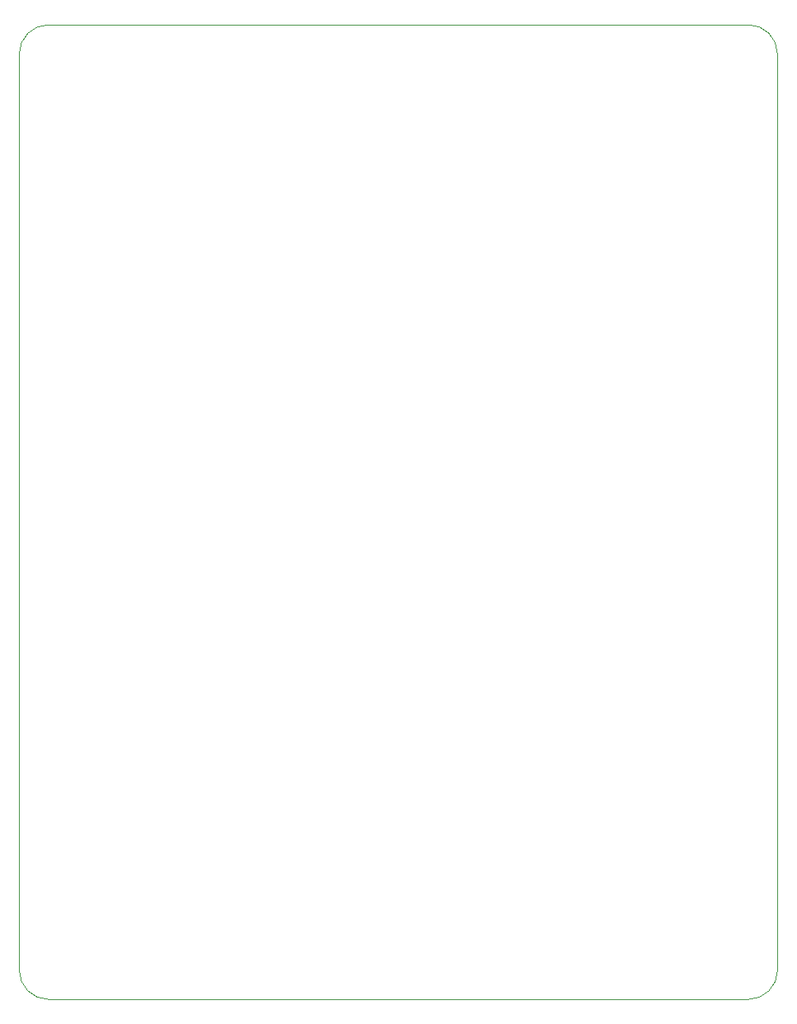
<source format=gbr>
%TF.GenerationSoftware,KiCad,Pcbnew,9.0.3-9.0.3-0~ubuntu24.04.1*%
%TF.CreationDate,2025-08-28T08:20:24-04:00*%
%TF.ProjectId,power distribution,706f7765-7220-4646-9973-747269627574,rev?*%
%TF.SameCoordinates,Original*%
%TF.FileFunction,Profile,NP*%
%FSLAX46Y46*%
G04 Gerber Fmt 4.6, Leading zero omitted, Abs format (unit mm)*
G04 Created by KiCad (PCBNEW 9.0.3-9.0.3-0~ubuntu24.04.1) date 2025-08-28 08:20:24*
%MOMM*%
%LPD*%
G01*
G04 APERTURE LIST*
%TA.AperFunction,Profile*%
%ADD10C,0.050000*%
%TD*%
G04 APERTURE END LIST*
D10*
X189025000Y-40225000D02*
X189025000Y-134225000D01*
X186025000Y-137225000D02*
X114125000Y-137225000D01*
X189025000Y-134225000D02*
G75*
G02*
X186025000Y-137225000I-3000000J0D01*
G01*
X111125000Y-134225000D02*
X111125000Y-40225000D01*
X111125000Y-40225000D02*
G75*
G02*
X114125000Y-37225000I3000000J0D01*
G01*
X186025000Y-37225000D02*
G75*
G02*
X189025000Y-40225000I0J-3000000D01*
G01*
X114125000Y-137225000D02*
G75*
G02*
X111125000Y-134225000I0J3000000D01*
G01*
X114125000Y-37225000D02*
X186025000Y-37225000D01*
M02*

</source>
